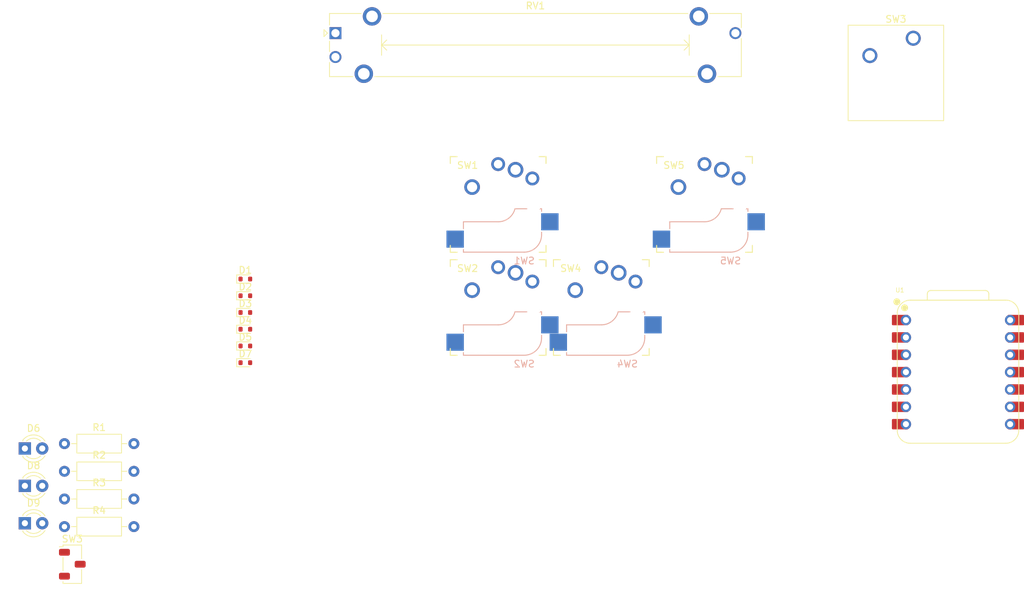
<source format=kicad_pcb>
(kicad_pcb (version 20241229) (generator "pcbnew") (generator_version "9.0")
  (layers (0 "F.Cu" signal) (2 "B.Cu" signal) (13 "F.Paste" user) (15 "B.Paste" user) (5 "F.SilkS" user "F.Silkscreen") (7 "B.SilkS" user "B.Silkscreen") (1 "F.Mask" user) (3 "B.Mask" user) (25 "Edge.Cuts" user))
  (net 0 "")
  (net 1 "Net-(D1-A)")
  (net 2 "Net-(D1-K)")
  (net 3 "Net-(D2-A)")
  (net 4 "Net-(D3-K)")
  (net 5 "Net-(D3-A)")
  (net 6 "Net-(D4-A)")
  (net 7 "Net-(D5-A)")
  (net 8 "Net-(D7-A)")
  (net 9 "Net-(U1-3V3)")
  (net 10 "Net-(U1-GPIO26{slash}ADC0{slash}A0)")
  (net 11 "Net-(U1-GPIO2{slash}SCK)")
  (net 12 "Net-(U1-GPIO4{slash}MISO)")
  (net 19 "Net-(D6-A)")
  (net 20 "GND")
  (net 21 "Net-(D8-A)")
  (net 22 "Net-(D9-A)")
  (net 23 "Net-(U1-GPIO29{slash}ADC3{slash}A3)")
  (net 24 "Net-(U1-GPIO28{slash}ADC2{slash}A2)")
  (net 25 "Net-(U1-GPIO27{slash}ADC1{slash}A1)")
  (net 26 "Net-(SW3-C)")
  (net 27 "Net-(SW3-B)")
  (footprint "Diode_SMD:D_SOD-523" (layer "F.Cu") (at 101.3 64.75)
    (property "Reference" "D1" (at 0 -1.3 0) (layer "F.SilkS"))
    (property "Value" "1N4148WT")
    (fp_line (start -1.26 -0.6) (end -1.26 0.6) (stroke (width 0.12)) (layer "F.SilkS"))
    (fp_line (start 0.7 -0.6) (end -1.26 -0.6) (stroke (width 0.12)) (layer "F.SilkS"))
    (fp_line (start 0.7 0.6) (end -1.26 0.6) (stroke (width 0.12)) (layer "F.SilkS"))
    (pad "1" smd roundrect (at -0.7 0 180) (size 0.6 0.7) (layers "F.Cu" "F.Mask" "F.Paste") (net 2 "Net-(D1-K)"))
    (pad "2" smd roundrect (at 0.7 0 180) (size 0.6 0.7) (layers "F.Cu" "F.Mask" "F.Paste") (net 1 "Net-(D1-A)"))
  )
  (footprint "Potentiometer_THT:Potentiometer_Bourns_PTA4543_Single_Slide" (layer "F.Cu") (at 114.48 28.75)
    (property "Reference" "RV1" (at 29.25 -4 0) (layer "F.SilkS"))
    (property "Value" "Analogue_input_slider 10k")
    (fp_line (start -1.675 -0.5) (end -1.675 0.5) (stroke (width 0.12)) (layer "F.SilkS"))
    (fp_line (start -1.675 0.5) (end -1.175 0) (stroke (width 0.12)) (layer "F.SilkS"))
    (fp_line (start -1.175 0) (end -1.675 -0.5) (stroke (width 0.12)) (layer "F.SilkS"))
    (fp_line (start -0.87 -2.87) (end 3.754 -2.87) (stroke (width 0.12)) (layer "F.SilkS"))
    (fp_line (start -0.87 -1.175) (end -0.87 -2.87) (stroke (width 0.12)) (layer "F.SilkS"))
    (fp_line (start -0.87 2.71) (end -0.87 1.175) (stroke (width 0.12)) (layer "F.SilkS"))
    (fp_line (start -0.87 6.37) (end -0.87 4.29) (stroke (width 0.12)) (layer "F.SilkS"))
    (fp_line (start 2.554 6.37) (end -0.87 6.37) (stroke (width 0.12)) (layer "F.SilkS"))
    (fp_line (start 6.75 0.25) (end 6.75 3.25) (stroke (width 0.12)) (layer "F.SilkS"))
    (fp_line (start 6.75 1.75) (end 7.5 2.5) (stroke (width 0.12)) (layer "F.SilkS"))
    (fp_line (start 6.75 1.75) (end 51.75 1.75) (stroke (width 0.12)) (layer "F.SilkS"))
    (fp_line (start 6.946 -2.87) (end 51.554 -2.87) (stroke (width 0.12)) (layer "F.SilkS"))
    (fp_line (start 7.5 1) (end 6.75 1.75) (stroke (width 0.12)) (layer "F.SilkS"))
    (fp_line (start 51 1) (end 51.75 1.75) (stroke (width 0.12)) (layer "F.SilkS"))
    (fp_line (start 51.75 0.25) (end 51.75 3.25) (stroke (width 0.12)) (layer "F.SilkS"))
    (fp_line (start 51.75 1.75) (end 51 2.5) (stroke (width 0.12)) (layer "F.SilkS"))
    (fp_line (start 52.754 6.37) (end 5.746 6.37) (stroke (width 0.12)) (layer "F.SilkS"))
    (fp_line (start 54.746 -2.87) (end 59.37 -2.87) (stroke (width 0.12)) (layer "F.SilkS"))
    (fp_line (start 59.37 -2.87) (end 59.37 -0.79) (stroke (width 0.12)) (layer "F.SilkS"))
    (fp_line (start 59.37 0.79) (end 59.37 6.37) (stroke (width 0.12)) (layer "F.SilkS"))
    (fp_line (start 59.37 6.37) (end 55.946 6.37) (stroke (width 0.12)) (layer "F.SilkS"))
    (pad "1" thru_hole rect (at 0 0) (size 1.75 1.75) (drill 1.2) (layers "*.Cu" "*.Mask") (net 20 "GND"))
    (pad "2" thru_hole circle (at 0 3.5) (size 1.75 1.75) (drill 1.2) (layers "*.Cu" "*.Mask") (net 10 "Net-(U1-GPIO26{slash}ADC0{slash}A0)"))
    (pad "3" thru_hole circle (at 58.5 0) (size 1.75 1.75) (drill 1.2) (layers "*.Cu" "*.Mask") (net 9 "Net-(U1-3V3)"))
    (pad "MP" thru_hole circle (at 4.15 5.95) (size 2.7 2.7) (drill 1.7) (layers "*.Cu" "*.Mask"))
    (pad "MP" thru_hole circle (at 5.35 -2.45) (size 2.7 2.7) (drill 1.7) (layers "*.Cu" "*.Mask"))
    (pad "MP" thru_hole circle (at 53.15 -2.45) (size 2.7 2.7) (drill 1.7) (layers "*.Cu" "*.Mask"))
    (pad "MP" thru_hole circle (at 54.35 5.95) (size 2.7 2.7) (drill 1.7) (layers "*.Cu" "*.Mask"))
  )
  (footprint "Diode_SMD:D_SOD-523" (layer "F.Cu") (at 101.3 77)
    (property "Reference" "D7" (at 0 -1.3 0) (layer "F.SilkS"))
    (property "Value" "1N4148WT")
    (fp_line (start -1.26 -0.6) (end -1.26 0.6) (stroke (width 0.12)) (layer "F.SilkS"))
    (fp_line (start 0.7 -0.6) (end -1.26 -0.6) (stroke (width 0.12)) (layer "F.SilkS"))
    (fp_line (start 0.7 0.6) (end -1.26 0.6) (stroke (width 0.12)) (layer "F.SilkS"))
    (pad "1" smd roundrect (at -0.7 0 180) (size 0.6 0.7) (layers "F.Cu" "F.Mask" "F.Paste") (net 4 "Net-(D3-K)"))
    (pad "2" smd roundrect (at 0.7 0 180) (size 0.6 0.7) (layers "F.Cu" "F.Mask" "F.Paste") (net 8 "Net-(D7-A)"))
  )
  (footprint "Button_Switch_Keyboard:SW_Cherry_MX_1.00u_PCB" (layer "F.Cu") (at 199 29.5)
    (property "Reference" "SW3" (at -2.54 -2.794 0) (layer "F.SilkS"))
    (property "Value" "SW_Push")
    (fp_line (start -9.525 -1.905) (end 4.445 -1.905) (stroke (width 0.12)) (layer "F.SilkS"))
    (fp_line (start -9.525 12.065) (end -9.525 -1.905) (stroke (width 0.12)) (layer "F.SilkS"))
    (fp_line (start 4.445 -1.905) (end 4.445 12.065) (stroke (width 0.12)) (layer "F.SilkS"))
    (fp_line (start 4.445 12.065) (end -9.525 12.065) (stroke (width 0.12)) (layer "F.SilkS"))
    (pad "" np_thru_hole circle (at -7.62 5.08) (size 1.7 1.7) (drill 1.7) (layers "*.Cu" "*.Mask"))
    (pad "" np_thru_hole circle (at -2.54 5.08) (size 4 4) (drill 4) (layers "*.Cu" "*.Mask"))
    (pad "" np_thru_hole circle (at 2.54 5.08) (size 1.7 1.7) (drill 1.7) (layers "*.Cu" "*.Mask"))
    (pad "1" thru_hole circle (at 0 0) (size 2.2 2.2) (drill 1.5) (layers "*.Cu" "*.Mask") (net 12 "Net-(U1-GPIO4{slash}MISO)"))
    (pad "2" thru_hole circle (at -6.35 2.54) (size 2.2 2.2) (drill 1.5) (layers "*.Cu" "*.Mask") (net 6 "Net-(D4-A)"))
  )
  (footprint "Diode_SMD:D_SOD-523" (layer "F.Cu") (at 101.3 74.55)
    (property "Reference" "D5" (at 0 -1.3 0) (layer "F.SilkS"))
    (property "Value" "1N4148WT")
    (fp_line (start -1.26 -0.6) (end -1.26 0.6) (stroke (width 0.12)) (layer "F.SilkS"))
    (fp_line (start 0.7 -0.6) (end -1.26 -0.6) (stroke (width 0.12)) (layer "F.SilkS"))
    (fp_line (start 0.7 0.6) (end -1.26 0.6) (stroke (width 0.12)) (layer "F.SilkS"))
    (pad "1" smd roundrect (at -0.7 0 180) (size 0.6 0.7) (layers "F.Cu" "F.Mask" "F.Paste") (net 2 "Net-(D1-K)"))
    (pad "2" smd roundrect (at 0.7 0 180) (size 0.6 0.7) (layers "F.Cu" "F.Mask" "F.Paste") (net 7 "Net-(D5-A)"))
  )
  (footprint "LED_THT:LED_D3.0mm" (layer "F.Cu") (at 69.05 95.03)
    (property "Reference" "D8" (at 1.27 -2.96 0) (layer "F.SilkS"))
    (property "Value" "LED")
    (fp_line (start -0.29 -1.236) (end -0.29 -1.08) (stroke (width 0.12)) (layer "F.SilkS"))
    (fp_line (start -0.29 1.08) (end -0.29 1.236) (stroke (width 0.12)) (layer "F.SilkS"))
    (fp_arc (start -0.29 -1.235516) (mid 1.36566 -1.987699) (end 2.941437 -1.08) (stroke (width 0.12)) (layer "F.SilkS"))
    (fp_arc (start 0.229039 -1.08) (mid 1.27 -1.5) (end 2.310961 -1.08) (stroke (width 0.12)) (layer "F.SilkS"))
    (fp_arc (start 2.310961 1.08) (mid 1.27 1.5) (end 0.229039 1.08) (stroke (width 0.12)) (layer "F.SilkS"))
    (fp_arc (start 2.941437 1.08) (mid 1.36566 1.987699) (end -0.29 1.235516) (stroke (width 0.12)) (layer "F.SilkS"))
    (pad "1" thru_hole rect (at 0 0) (size 1.8 1.8) (drill 0.9) (layers "*.Cu" "*.Mask") (net 20 "GND"))
    (pad "2" thru_hole circle (at 2.54 0) (size 1.8 1.8) (drill 0.9) (layers "*.Cu" "*.Mask") (net 21 "Net-(D8-A)"))
  )
  (footprint "LED_THT:LED_D3.0mm" (layer "F.Cu") (at 69.05 89.56)
    (property "Reference" "D6" (at 1.27 -2.96 0) (layer "F.SilkS"))
    (property "Value" "LED")
    (fp_line (start -0.29 -1.236) (end -0.29 -1.08) (stroke (width 0.12)) (layer "F.SilkS"))
    (fp_line (start -0.29 1.08) (end -0.29 1.236) (stroke (width 0.12)) (layer "F.SilkS"))
    (fp_arc (start -0.29 -1.235516) (mid 1.36566 -1.987699) (end 2.941437 -1.08) (stroke (width 0.12)) (layer "F.SilkS"))
    (fp_arc (start 0.229039 -1.08) (mid 1.27 -1.5) (end 2.310961 -1.08) (stroke (width 0.12)) (layer "F.SilkS"))
    (fp_arc (start 2.310961 1.08) (mid 1.27 1.5) (end 0.229039 1.08) (stroke (width 0.12)) (layer "F.SilkS"))
    (fp_arc (start 2.941437 1.08) (mid 1.36566 1.987699) (end -0.29 1.235516) (stroke (width 0.12)) (layer "F.SilkS"))
    (pad "1" thru_hole rect (at 0 0) (size 1.8 1.8) (drill 0.9) (layers "*.Cu" "*.Mask") (net 20 "GND"))
    (pad "2" thru_hole circle (at 2.54 0) (size 1.8 1.8) (drill 0.9) (layers "*.Cu" "*.Mask") (net 19 "Net-(D6-A)"))
  )
  (footprint "Resistor_THT:R_Axial_DIN0207_L6.3mm_D2.5mm_P10.16mm_Horizontal" (layer "F.Cu") (at 74.84 101)
    (property "Reference" "R4" (at 5.08 -2.37 0) (layer "F.SilkS"))
    (property "Value" "10k")
    (fp_line (start 1.04 0) (end 1.81 0) (stroke (width 0.12)) (layer "F.SilkS"))
    (fp_line (start 9.12 0) (end 8.35 0) (stroke (width 0.12)) (layer "F.SilkS"))
    (fp_rect (start 1.81 -1.37) (end 8.35 1.37) (stroke (width 0.12)) (fill no) (layer "F.SilkS"))
    (pad "1" thru_hole circle (at 0 0) (size 1.6 1.6) (drill 0.8) (layers "*.Cu" "*.Mask") (net 26 "Net-(SW3-C)"))
    (pad "2" thru_hole circle (at 10.16 0) (size 1.6 1.6) (drill 0.8) (layers "*.Cu" "*.Mask") (net 9 "Net-(U1-3V3)"))
  )
  (footprint "Diode_SMD:D_SOD-523" (layer "F.Cu") (at 101.3 69.65)
    (property "Reference" "D3" (at 0 -1.3 0) (layer "F.SilkS"))
    (property "Value" "1N4148WT")
    (fp_line (start -1.26 -0.6) (end -1.26 0.6) (stroke (width 0.12)) (layer "F.SilkS"))
    (fp_line (start 0.7 -0.6) (end -1.26 -0.6) (stroke (width 0.12)) (layer "F.SilkS"))
    (fp_line (start 0.7 0.6) (end -1.26 0.6) (stroke (width 0.12)) (layer "F.SilkS"))
    (pad "1" smd roundrect (at -0.7 0 180) (size 0.6 0.7) (layers "F.Cu" "F.Mask" "F.Paste") (net 4 "Net-(D3-K)"))
    (pad "2" smd roundrect (at 0.7 0 180) (size 0.6 0.7) (layers "F.Cu" "F.Mask" "F.Paste") (net 5 "Net-(D3-A)"))
  )
  (footprint "Diode_SMD:D_SOD-523" (layer "F.Cu") (at 101.3 72.1)
    (property "Reference" "D4" (at 0 -1.3 0) (layer "F.SilkS"))
    (property "Value" "1N4148WT")
    (fp_line (start -1.26 -0.6) (end -1.26 0.6) (stroke (width 0.12)) (layer "F.SilkS"))
    (fp_line (start 0.7 -0.6) (end -1.26 -0.6) (stroke (width 0.12)) (layer "F.SilkS"))
    (fp_line (start 0.7 0.6) (end -1.26 0.6) (stroke (width 0.12)) (layer "F.SilkS"))
    (pad "1" smd roundrect (at -0.7 0 180) (size 0.6 0.7) (layers "F.Cu" "F.Mask" "F.Paste") (net 4 "Net-(D3-K)"))
    (pad "2" smd roundrect (at 0.7 0 180) (size 0.6 0.7) (layers "F.Cu" "F.Mask" "F.Paste") (net 6 "Net-(D4-A)"))
  )
  (footprint "Resistor_THT:R_Axial_DIN0207_L6.3mm_D2.5mm_P10.16mm_Horizontal" (layer "F.Cu") (at 74.84 96.95)
    (property "Reference" "R3" (at 5.08 -2.37 0) (layer "F.SilkS"))
    (property "Value" "100R")
    (fp_line (start 1.04 0) (end 1.81 0) (stroke (width 0.12)) (layer "F.SilkS"))
    (fp_line (start 9.12 0) (end 8.35 0) (stroke (width 0.12)) (layer "F.SilkS"))
    (fp_rect (start 1.81 -1.37) (end 8.35 1.37) (stroke (width 0.12)) (fill no) (layer "F.SilkS"))
    (pad "1" thru_hole circle (at 0 0) (size 1.6 1.6) (drill 0.8) (layers "*.Cu" "*.Mask") (net 22 "Net-(D9-A)"))
    (pad "2" thru_hole circle (at 10.16 0) (size 1.6 1.6) (drill 0.8) (layers "*.Cu" "*.Mask") (net 25 "Net-(U1-GPIO27{slash}ADC1{slash}A1)"))
  )
  (footprint "Key_Switches:Kailh_socket_MX_PG1350_optional" (layer "F.Cu") (at 138.28 53.83)
    (property "Reference" "SW1" (at -4.4704 -5.7277 0) (layer "F.SilkS"))
    (property "Value" "SW_Push")
    (fp_line (start -7 -6) (end -7 -7) (stroke (width 0.15)) (layer "F.SilkS"))
    (fp_line (start -7 7) (end -7 6) (stroke (width 0.15)) (layer "F.SilkS"))
    (fp_line (start -7 7) (end -6 7) (stroke (width 0.15)) (layer "F.SilkS"))
    (fp_line (start -6 -7) (end -7 -7) (stroke (width 0.15)) (layer "F.SilkS"))
    (fp_line (start 6 7) (end 7 7) (stroke (width 0.15)) (layer "F.SilkS"))
    (fp_line (start 7 -7) (end 6 -7) (stroke (width 0.15)) (layer "F.SilkS"))
    (fp_line (start 7 -7) (end 7 -6) (stroke (width 0.15)) (layer "F.SilkS"))
    (fp_line (start 7 6) (end 7 7) (stroke (width 0.15)) (layer "F.SilkS"))
    (fp_line (start -5.08 2.54) (end -5.08 3.556) (stroke (width 0.15)) (layer "B.SilkS"))
    (fp_line (start -5.08 6.604) (end -5.08 6.985) (stroke (width 0.15)) (layer "B.SilkS"))
    (fp_line (start -5.08 6.985) (end 3.81 6.985) (stroke (width 0.15)) (layer "B.SilkS"))
    (fp_line (start 0 2.54) (end -5.08 2.54) (stroke (width 0.15)) (layer "B.SilkS"))
    (fp_line (start 4.191 0.635) (end 2.54 0.635) (stroke (width 0.15)) (layer "B.SilkS"))
    (fp_line (start 6.35 0.635) (end 5.969 0.635) (stroke (width 0.15)) (layer "B.SilkS"))
    (fp_line (start 6.35 1.016) (end 6.35 0.635) (stroke (width 0.15)) (layer "B.SilkS"))
    (fp_line (start 6.35 4.445) (end 6.35 4.064) (stroke (width 0.15)) (layer "B.SilkS"))
    (fp_arc (start 2.464162 0.61604) (mid 1.563147 2.002042) (end 0 2.54) (stroke (width 0.15)) (layer "B.SilkS"))
    (fp_arc (start 6.35 4.445) (mid 5.606051 6.241051) (end 3.81 6.985) (stroke (width 0.15)) (layer "B.SilkS"))
    (fp_text user "${REFERENCE}" (at 3.81 8.255 0) (layer "B.SilkS") (effects (justify mirror)))
    (pad "" np_thru_hole oval (at -5.2959 0 180) (size 2.15 1.7018) (drill oval 2.15 1.7018) (layers "*.Cu" "*.Mask"))
    (pad "" np_thru_hole circle (at -2.54 5.08) (size 3 3) (drill 3) (layers "*.Cu" "*.Mask"))
    (pad "" np_thru_hole circle (at 0 0) (size 3.9878 3.9878) (drill 3.9878) (layers "*.Cu" "*.Mask"))
    (pad "" np_thru_hole circle (at 3.81 2.54) (size 3 3) (drill 3) (layers "*.Cu" "*.Mask"))
    (pad "" np_thru_hole oval (at 5.2832 0 180) (size 2.15 1.7018) (drill oval 2.15 1.7018) (layers "*.Cu" "*.Mask"))
    (pad "1" thru_hole circle (at 2.54 -5.08) (size 2.286 2.286) (drill 1.4986) (layers "*.Cu" "*.Mask") (net 11 "Net-(U1-GPIO2{slash}SCK)"))
    (pad "1" thru_hole circle (at 5 -3.8 180) (size 2.032 2.032) (drill 1.27) (layers "*.Cu" "*.Mask") (net 11 "Net-(U1-GPIO2{slash}SCK)"))
    (pad "1" smd rect (at 7.56 2.54) (size 2.55 2.5) (layers "B.Cu" "B.Mask" "B.Paste") (net 11 "Net-(U1-GPIO2{slash}SCK)"))
    (pad "2" smd rect (at -6.29 5.08) (size 2.55 2.5) (layers "B.Cu" "B.Mask" "B.Paste") (net 8 "Net-(D7-A)"))
    (pad "2" thru_hole circle (at -3.81 -2.54) (size 2.286 2.286) (drill 1.4986) (layers "*.Cu" "*.Mask") (net 8 "Net-(D7-A)"))
    (pad "2" thru_hole circle (at 0 -5.9 180) (size 2.032 2.032) (drill 1.27) (layers "*.Cu" "*.Mask") (net 8 "Net-(D7-A)"))
  )
  (footprint "Resistor_THT:R_Axial_DIN0207_L6.3mm_D2.5mm_P10.16mm_Horizontal" (layer "F.Cu") (at 74.84 88.85)
    (property "Reference" "R1" (at 5.08 -2.37 0) (layer "F.SilkS"))
    (property "Value" "100R")
    (fp_line (start 1.04 0) (end 1.81 0) (stroke (width 0.12)) (layer "F.SilkS"))
    (fp_line (start 9.12 0) (end 8.35 0) (stroke (width 0.12)) (layer "F.SilkS"))
    (fp_rect (start 1.81 -1.37) (end 8.35 1.37) (stroke (width 0.12)) (fill no) (layer "F.SilkS"))
    (pad "1" thru_hole circle (at 0 0) (size 1.6 1.6) (drill 0.8) (layers "*.Cu" "*.Mask") (net 19 "Net-(D6-A)"))
    (pad "2" thru_hole circle (at 10.16 0) (size 1.6 1.6) (drill 0.8) (layers "*.Cu" "*.Mask") (net 23 "Net-(U1-GPIO29{slash}ADC3{slash}A3)"))
  )
  (footprint "XIAO Seeduino:XIAO-RP2040-DIP" (layer "F.Cu") (at 205.545 78.38)
    (property "Reference" "U1" (at -8.5 -12 0) (layer "F.SilkS") (effects (font (size 0.635 0.635) (thickness 0.1016))))
    (property "Value" "XIAO-RP2040-DIP")
    (fp_line (start -8.89 8.509) (end -8.89 -8.636) (stroke (width 0.127)) (layer "F.SilkS"))
    (fp_line (start -6.985 10.414) (end 6.985 10.414) (stroke (width 0.127)) (layer "F.SilkS"))
    (fp_line (start -4.495 -10.541) (end -4.491272 -11.451272) (stroke (width 0.127)) (layer "F.SilkS"))
    (fp_line (start -3.991272 -11.951) (end 4.004 -11.951) (stroke (width 0.127)) (layer "F.SilkS"))
    (fp_line (start 4.504 -11.451) (end 4.504 -10.541) (stroke (width 0.127)) (layer "F.SilkS"))
    (fp_line (start 6.985 -10.541) (end -6.985 -10.541) (stroke (width 0.1)) (layer "F.SilkS"))
    (fp_line (start 6.985 -10.541) (end -6.985 -10.541) (stroke (width 0.127)) (layer "F.SilkS"))
    (fp_line (start 8.89 8.509) (end 8.89 -8.636) (stroke (width 0.127)) (layer "F.SilkS"))
    (fp_arc (start -8.89 -8.636) (mid -8.332038 -9.983038) (end -6.985 -10.541) (stroke (width 0.127)) (layer "F.SilkS"))
    (fp_arc (start -6.985 10.414) (mid -8.332038 9.856038) (end -8.89 8.509) (stroke (width 0.127)) (layer "F.SilkS"))
    (fp_arc (start -4.491272 -11.451272) (mid -4.344728 -11.80464) (end -3.991272 -11.951) (stroke (width 0.127)) (layer "F.SilkS"))
    (fp_arc (start 4.004 -11.951) (mid 4.357553 -11.804553) (end 4.504 -11.451) (stroke (width 0.127)) (layer "F.SilkS"))
    (fp_arc (start 6.985 -10.541) (mid 8.332038 -9.983038) (end 8.89 -8.636) (stroke (width 0.127)) (layer "F.SilkS"))
    (fp_arc (start 8.89 8.509) (mid 8.332038 9.856038) (end 6.985 10.414) (stroke (width 0.127)) (layer "F.SilkS"))
    (fp_circle (center -8.95 -10.3) (end -8.95 -10.554) (stroke (width 0.5)) (fill yes) (layer "F.SilkS"))
    (fp_circle (center -7.807 -9.42) (end -7.807 -9.674) (stroke (width 0.5)) (fill yes) (layer "F.SilkS"))
    (pad "1" smd roundrect (at -8.455 -7.62 180) (size 2.432 1.524) (layers "F.Cu" "F.Mask") (roundrect_rratio 0.1) (net 10 "Net-(U1-GPIO26{slash}ADC0{slash}A0)"))
    (pad "1" thru_hole circle (at -7.62 -7.62 180) (size 1.524 1.524) (drill 0.889) (layers "*.Cu" "*.Mask") (net 10 "Net-(U1-GPIO26{slash}ADC0{slash}A0)"))
    (pad "2" smd roundrect (at -8.455 -5.08 180) (size 2.432 1.524) (layers "F.Cu" "F.Mask") (roundrect_rratio 0.1) (net 25 "Net-(U1-GPIO27{slash}ADC1{slash}A1)"))
    (pad "2" thru_hole circle (at -7.62 -5.08 180) (size 1.524 1.524) (drill 0.889) (layers "*.Cu" "*.Mask") (net 25 "Net-(U1-GPIO27{slash}ADC1{slash}A1)"))
    (pad "3" smd roundrect (at -8.455 -2.54 180) (size 2.432 1.524) (layers "F.Cu" "F.Mask") (roundrect_rratio 0.1) (net 24 "Net-(U1-GPIO28{slash}ADC2{slash}A2)"))
    (pad "3" thru_hole circle (at -7.62 -2.54 180) (size 1.524 1.524) (drill 0.889) (layers "*.Cu" "*.Mask") (net 24 "Net-(U1-GPIO28{slash}ADC2{slash}A2)"))
    (pad "4" smd roundrect (at -8.455 0 180) (size 2.432 1.524) (layers "F.Cu" "F.Mask") (roundrect_rratio 0.1) (net 23 "Net-(U1-GPIO29{slash}ADC3{slash}A3)"))
    (pad "4" thru_hole circle (at -7.62 0 180) (size 1.524 1.524) (drill 0.889) (layers "*.Cu" "*.Mask") (net 23 "Net-(U1-GPIO29{slash}ADC3{slash}A3)"))
    (pad "5" smd roundrect (at -8.455 2.54 180) (size 2.432 1.524) (layers "F.Cu" "F.Mask") (roundrect_rratio 0.1))
    (pad "5" thru_hole circle (at -7.62 2.54 180) (size 1.524 1.524) (drill 0.889) (layers "*.Cu" "*.Mask"))
    (pad "6" smd roundrect (at -8.455 5.08 180) (size 2.432 1.524) (layers "F.Cu" "F.Mask") (roundrect_rratio 0.1))
    (pad "6" thru_hole circle (at -7.62 5.08 180) (size 1.524 1.524) (drill 0.889) (layers "*.Cu" "*.Mask"))
    (pad "7" smd roundrect (at -8.455 7.62 180) (size 2.432 1.524) (layers "F.Cu" "F.Mask") (roundrect_rratio 0.1) (net 4 "Net-(D3-K)"))
    (pad "7" thru_hole circle (at -7.62 7.62 180) (size 1.524 1.524) (drill 0.889) (layers "*.Cu" "*.Mask") (net 4 "Net-(D3-K)"))
    (pad "8" thru_hole circle (at 7.62 7.62) (size 1.524 1.524) (drill 0.889) (layers "*.Cu" "*.Mask") (net 2 "Net-(D1-K)"))
    (pad "8" smd roundrect (at 8.455 7.62) (size 2.432 1.524) (layers "F.Cu" "F.Mask") (roundrect_rratio 0.1) (net 2 "Net-(D1-K)"))
    (pad "9" thru_hole circle (at 7.62 5.08) (size 1.524 1.524) (drill 0.889) (layers "*.Cu" "*.Mask") (net 11 "Net-(U1-GPIO2{slash}SCK)"))
    (pad "9" smd roundrect (at 8.455 5.08) (size 2.432 1.524) (layers "F.Cu" "F.Mask") (roundrect_rratio 0.1) (net 11 "Net-(U1-GPIO2{slash}SCK)"))
    (pad "10" thru_hole circle (at 7.62 2.54) (size 1.524 1.524) (drill 0.889) (layers "*.Cu" "*.Mask") (net 12 "Net-(U1-GPIO4{slash}MISO)"))
    (pad "10" smd roundrect (at 8.455 2.54) (size 2.432 1.524) (layers "F.Cu" "F.Mask") (roundrect_rratio 0.1) (net 12 "Net-(U1-GPIO4{slash}MISO)"))
    (pad "11" thru_hole circle (at 7.62 0) (size 1.524 1.524) (drill 0.889) (layers "*.Cu" "*.Mask") (net 27 "Net-(SW3-B)"))
    (pad "11" smd roundrect (at 8.455 0) (size 2.432 1.524) (layers "F.Cu" "F.Mask") (roundrect_rratio 0.1) (net 27 "Net-(SW3-B)"))
    (pad "12" thru_hole circle (at 7.62 -2.54) (size 1.524 1.524) (drill 0.889) (layers "*.Cu" "*.Mask") (net 9 "Net-(U1-3V3)"))
    (pad "12" smd roundrect (at 8.455 -2.54) (size 2.432 1.524) (layers "F.Cu" "F.Mask") (roundrect_rratio 0.1) (net 9 "Net-(U1-3V3)"))
    (pad "13" thru_hole circle (at 7.62 -5.08) (size 1.524 1.524) (drill 0.889) (layers "*.Cu" "*.Mask") (net 20 "GND"))
    (pad "13" smd roundrect (at 8.455 -5.08) (size 2.432 1.524) (layers "F.Cu" "F.Mask") (roundrect_rratio 0.1) (net 20 "GND"))
    (pad "14" thru_hole circle (at 7.62 -7.62) (size 1.524 1.524) (drill 0.889) (layers "*.Cu" "*.Mask"))
    (pad "14" smd roundrect (at 8.455 -7.62) (size 2.432 1.524) (layers "F.Cu" "F.Mask") (roundrect_rratio 0.1))
  )
  (footprint "Key_Switches:Kailh_socket_MX_PG1350_optional" (layer "F.Cu") (at 168.46 53.83)
    (property "Reference" "SW5" (at -4.4704 -5.7277 0) (layer "F.SilkS"))
    (property "Value" "SW_Push")
    (fp_line (start -7 -6) (end -7 -7) (stroke (width 0.15)) (layer "F.SilkS"))
    (fp_line (start -7 7) (end -7 6) (stroke (width 0.15)) (layer "F.SilkS"))
    (fp_line (start -7 7) (end -6 7) (stroke (width 0.15)) (layer "F.SilkS"))
    (fp_line (start -6 -7) (end -7 -7) (stroke (width 0.15)) (layer "F.SilkS"))
    (fp_line (start 6 7) (end 7 7) (stroke (width 0.15)) (layer "F.SilkS"))
    (fp_line (start 7 -7) (end 6 -7) (stroke (width 0.15)) (layer "F.SilkS"))
    (fp_line (start 7 -7) (end 7 -6) (stroke (width 0.15)) (layer "F.SilkS"))
    (fp_line (start 7 6) (end 7 7) (stroke (width 0.15)) (layer "F.SilkS"))
    (fp_line (start -5.08 2.54) (end -5.08 3.556) (stroke (width 0.15)) (layer "B.SilkS"))
    (fp_line (start -5.08 6.604) (end -5.08 6.985) (stroke (width 0.15)) (layer "B.SilkS"))
    (fp_line (start -5.08 6.985) (end 3.81 6.985) (stroke (width 0.15)) (layer "B.SilkS"))
    (fp_line (start 0 2.54) (end -5.08 2.54) (stroke (width 0.15)) (layer "B.SilkS"))
    (fp_line (start 4.191 0.635) (end 2.54 0.635) (stroke (width 0.15)) (layer "B.SilkS"))
    (fp_line (start 6.35 0.635) (end 5.969 0.635) (stroke (width 0.15)) (layer "B.SilkS"))
    (fp_line (start 6.35 1.016) (end 6.35 0.635) (stroke (width 0.15)) (layer "B.SilkS"))
    (fp_line (start 6.35 4.445) (end 6.35 4.064) (stroke (width 0.15)) (layer "B.SilkS"))
    (fp_arc (start 2.464162 0.61604) (mid 1.563147 2.002042) (end 0 2.54) (stroke (width 0.15)) (layer "B.SilkS"))
    (fp_arc (start 6.35 4.445) (mid 5.606051 6.241051) (end 3.81 6.985) (stroke (width 0.15)) (layer "B.SilkS"))
    (fp_text user "${REFERENCE}" (at 3.81 8.255 0) (layer "B.SilkS") (effects (justify mirror)))
    (pad "" np_thru_hole oval (at -5.2959 0 180) (size 2.15 1.7018) (drill oval 2.15 1.7018) (layers "*.Cu" "*.Mask"))
    (pad "" np_thru_hole circle (at -2.54 5.08) (size 3 3) (drill 3) (layers "*.Cu" "*.Mask"))
    (pad "" np_thru_hole circle (at 0 0) (size 3.9878 3.9878) (drill 3.9878) (layers "*.Cu" "*.Mask"))
    (pad "" np_thru_hole circle (at 3.81 2.54) (size 3 3) (drill 3) (layers "*.Cu" "*.Mask"))
    (pad "" np_thru_hole oval (at 5.2832 0 180) (size 2.15 1.7018) (drill oval 2.15 1.7018) (layers "*.Cu" "*.Mask"))
    (pad "1" thru_hole circle (at 2.54 -5.08) (size 2.286 2.286) (drill 1.4986) (layers "*.Cu" "*.Mask") (net 12 "Net-(U1-GPIO4{slash}MISO)"))
    (pad "1" thru_hole circle (at 5 -3.8 180) (size 2.032 2.032) (drill 1.27) (layers "*.Cu" "*.Mask") (net 12 "Net-(U1-GPIO4{slash}MISO)"))
    (pad "1" smd rect (at 7.56 2.54) (size 2.55 2.5) (layers "B.Cu" "B.Mask" "B.Paste") (net 12 "Net-(U1-GPIO4{slash}MISO)"))
    (pad "2" smd rect (at -6.29 5.08) (size 2.55 2.5) (layers "B.Cu" "B.Mask" "B.Paste") (net 3 "Net-(D2-A)"))
    (pad "2" thru_hole circle (at -3.81 -2.54) (size 2.286 2.286) (drill 1.4986) (layers "*.Cu" "*.Mask") (net 3 "Net-(D2-A)"))
    (pad "2" thru_hole circle (at 0 -5.9 180) (size 2.032 2.032) (drill 1.27) (layers "*.Cu" "*.Mask") (net 3 "Net-(D2-A)"))
  )
  (footprint "Resistor_THT:R_Axial_DIN0207_L6.3mm_D2.5mm_P10.16mm_Horizontal" (layer "F.Cu") (at 74.84 92.9)
    (property "Reference" "R2" (at 5.08 -2.37 0) (layer "F.SilkS"))
    (property "Value" "100R")
    (fp_line (start 1.04 0) (end 1.81 0) (stroke (width 0.12)) (layer "F.SilkS"))
    (fp_line (start 9.12 0) (end 8.35 0) (stroke (width 0.12)) (layer "F.SilkS"))
    (fp_rect (start 1.81 -1.37) (end 8.35 1.37) (stroke (width 0.12)) (fill no) (layer "F.SilkS"))
    (pad "1" thru_hole circle (at 0 0) (size 1.6 1.6) (drill 0.8) (layers "*.Cu" "*.Mask") (net 21 "Net-(D8-A)"))
    (pad "2" thru_hole circle (at 10.16 0) (size 1.6 1.6) (drill 0.8) (layers "*.Cu" "*.Mask") (net 24 "Net-(U1-GPIO28{slash}ADC2{slash}A2)"))
  )
  (footprint "Diode_SMD:D_SOD-523" (layer "F.Cu") (at 101.3 67.2)
    (property "Reference" "D2" (at 0 -1.3 0) (layer "F.SilkS"))
    (property "Value" "1N4148WT")
    (fp_line (start -1.26 -0.6) (end -1.26 0.6) (stroke (width 0.12)) (layer "F.SilkS"))
    (fp_line (start 0.7 -0.6) (end -1.26 -0.6) (stroke (width 0.12)) (layer "F.SilkS"))
    (fp_line (start 0.7 0.6) (end -1.26 0.6) (stroke (width 0.12)) (layer "F.SilkS"))
    (pad "1" smd roundrect (at -0.7 0 180) (size 0.6 0.7) (layers "F.Cu" "F.Mask" "F.Paste") (net 2 "Net-(D1-K)"))
    (pad "2" smd roundrect (at 0.7 0 180) (size 0.6 0.7) (layers "F.Cu" "F.Mask" "F.Paste") (net 3 "Net-(D2-A)"))
  )
  (footprint "LED_THT:LED_D3.0mm" (layer "F.Cu") (at 69.05 100.5)
    (property "Reference" "D9" (at 1.27 -2.96 0) (layer "F.SilkS"))
    (property "Value" "LED")
    (fp_line (start -0.29 -1.236) (end -0.29 -1.08) (stroke (width 0.12)) (layer "F.SilkS"))
    (fp_line (start -0.29 1.08) (end -0.29 1.236) (stroke (width 0.12)) (layer "F.SilkS"))
    (fp_arc (start -0.29 -1.235516) (mid 1.36566 -1.987699) (end 2.941437 -1.08) (stroke (width 0.12)) (layer "F.SilkS"))
    (fp_arc (start 0.229039 -1.08) (mid 1.27 -1.5) (end 2.310961 -1.08) (stroke (width 0.12)) (layer "F.SilkS"))
    (fp_arc (start 2.310961 1.08) (mid 1.27 1.5) (end 0.229039 1.08) (stroke (width 0.12)) (layer "F.SilkS"))
    (fp_arc (start 2.941437 1.08) (mid 1.36566 1.987699) (end -0.29 1.235516) (stroke (width 0.12)) (layer "F.SilkS"))
    (pad "1" thru_hole rect (at 0 0) (size 1.8 1.8) (drill 0.9) (layers "*.Cu" "*.Mask") (net 20 "GND"))
    (pad "2" thru_hole circle (at 2.54 0) (size 1.8 1.8) (drill 0.9) (layers "*.Cu" "*.Mask") (net 22 "Net-(D9-A)"))
  )
  (footprint "Key_Switches:Kailh_socket_MX_PG1350_optional" (layer "F.Cu") (at 138.28 68.92)
    (property "Reference" "SW2" (at -4.4704 -5.7277 0) (layer "F.SilkS"))
    (property "Value" "SW_Push")
    (fp_line (start -7 -6) (end -7 -7) (stroke (width 0.15)) (layer "F.SilkS"))
    (fp_line (start -7 7) (end -7 6) (stroke (width 0.15)) (layer "F.SilkS"))
    (fp_line (start -7 7) (end -6 7) (stroke (width 0.15)) (layer "F.SilkS"))
    (fp_line (start -6 -7) (end -7 -7) (stroke (width 0.15)) (layer "F.SilkS"))
    (fp_line (start 6 7) (end 7 7) (stroke (width 0.15)) (layer "F.SilkS"))
    (fp_line (start 7 -7) (end 6 -7) (stroke (width 0.15)) (layer "F.SilkS"))
    (fp_line (start 7 -7) (end 7 -6) (stroke (width 0.15)) (layer "F.SilkS"))
    (fp_line (start 7 6) (end 7 7) (stroke (width 0.15)) (layer "F.SilkS"))
    (fp_line (start -5.08 2.54) (end -5.08 3.556) (stroke (width 0.15)) (layer "B.SilkS"))
    (fp_line (start -5.08 6.604) (end -5.08 6.985) (stroke (width 0.15)) (layer "B.SilkS"))
    (fp_line (start -5.08 6.985) (end 3.81 6.985) (stroke (width 0.15)) (layer "B.SilkS"))
    (fp_line (start 0 2.54) (end -5.08 2.54) (stroke (width 0.15)) (layer "B.SilkS"))
    (fp_line (start 4.191 0.635) (end 2.54 0.635) (stroke (width 0.15)) (layer "B.SilkS"))
    (fp_line (start 6.35 0.635) (end 5.969 0.635) (stroke (width 0.15)) (layer "B.SilkS"))
    (fp_line (start 6.35 1.016) (end 6.35 0.635) (stroke (width 0.15)) (layer "B.SilkS"))
    (fp_line (start 6.35 4.445) (end 6.35 4.064) (stroke (width 0.15)) (layer "B.SilkS"))
    (fp_arc (start 2.464162 0.61604) (mid 1.563147 2.002042) (end 0 2.54) (stroke (width 0.15)) (layer "B.SilkS"))
    (fp_arc (start 6.35 4.445) (mid 5.606051 6.241051) (end 3.81 6.985) (stroke (width 0.15)) (layer "B.SilkS"))
    (fp_text user "${REFERENCE}" (at 3.81 8.255 0) (layer "B.SilkS") (effects (justify mirror)))
    (pad "" np_thru_hole oval (at -5.2959 0 180) (size 2.15 1.7018) (drill oval 2.15 1.7018) (layers "*.Cu" "*.Mask"))
    (pad "" np_thru_hole circle (at -2.54 5.08) (size 3 3) (drill 3) (layers "*.Cu" "*.Mask"))
    (pad "" np_thru_hole circle (at 0 0) (size 3.9878 3.9878) (drill 3.9878) (layers "*.Cu" "*.Mask"))
    (pad "" np_thru_hole circle (at 3.81 2.54) (size 3 3) (drill 3) (layers "*.Cu" "*.Mask"))
    (pad "" np_thru_hole oval (at 5.2832 0 180) (size 2.15 1.7018) (drill oval 2.15 1.7018) (layers "*.Cu" "*.Mask"))
    (pad "1" thru_hole circle (at 2.54 -5.08) (size 2.286 2.286) (drill 1.4986) (layers "*.Cu" "*.Mask") (net 12 "Net-(U1-GPIO4{slash}MISO)"))
    (pad "1" thru_hole circle (at 5 -3.8 180) (size 2.032 2.032) (drill 1.27) (layers "*.Cu" "*.Mask") (net 12 "Net-(U1-GPIO4{slash}MISO)"))
    (pad "1" smd rect (at 7.56 2.54) (size 2.55 2.5) (layers "B.Cu" "B.Mask" "B.Paste") (net 12 "Net-(U1-GPIO4{slash}MISO)"))
    (pad "2" smd rect (at -6.29 5.08) (size 2.55 2.5) (layers "B.Cu" "B.Mask" "B.Paste") (net 5 "Net-(D3-A)"))
    (pad "2" thru_hole circle (at -3.81 -2.54) (size 2.286 2.286) (drill 1.4986) (layers "*.Cu" "*.Mask") (net 5 "Net-(D3-A)"))
    (pad "2" thru_hole circle (at 0 -5.9 180) (size 2.032 2.032) (drill 1.27) (layers "*.Cu" "*.Mask") (net 5 "Net-(D3-A)"))
  )
  (footprint "Key_Switches:Kailh_socket_MX_PG1350_optional" (layer "F.Cu") (at 153.37 68.92)
    (property "Reference" "SW4" (at -4.4704 -5.7277 0) (layer "F.SilkS"))
    (property "Value" "SW_Push")
    (fp_line (start -7 -6) (end -7 -7) (stroke (width 0.15)) (layer "F.SilkS"))
    (fp_line (start -7 7) (end -7 6) (stroke (width 0.15)) (layer "F.SilkS"))
    (fp_line (start -7 7) (end -6 7) (stroke (width 0.15)) (layer "F.SilkS"))
    (fp_line (start -6 -7) (end -7 -7) (stroke (width 0.15)) (layer "F.SilkS"))
    (fp_line (start 6 7) (end 7 7) (stroke (width 0.15)) (layer "F.SilkS"))
    (fp_line (start 7 -7) (end 6 -7) (stroke (width 0.15)) (layer "F.SilkS"))
    (fp_line (start 7 -7) (end 7 -6) (stroke (width 0.15)) (layer "F.SilkS"))
    (fp_line (start 7 6) (end 7 7) (stroke (width 0.15)) (layer "F.SilkS"))
    (fp_line (start -5.08 2.54) (end -5.08 3.556) (stroke (width 0.15)) (layer "B.SilkS"))
    (fp_line (start -5.08 6.604) (end -5.08 6.985) (stroke (width 0.15)) (layer "B.SilkS"))
    (fp_line (start -5.08 6.985) (end 3.81 6.985) (stroke (width 0.15)) (layer "B.SilkS"))
    (fp_line (start 0 2.54) (end -5.08 2.54) (stroke (width 0.15)) (layer "B.SilkS"))
    (fp_line (start 4.191 0.635) (end 2.54 0.635) (stroke (width 0.15)) (layer "B.SilkS"))
    (fp_line (start 6.35 0.635) (end 5.969 0.635) (stroke (width 0.15)) (layer "B.SilkS"))
    (fp_line (start 6.35 1.016) (end 6.35 0.635) (stroke (width 0.15)) (layer "B.SilkS"))
    (fp_line (start 6.35 4.445) (end 6.35 4.064) (stroke (width 0.15)) (layer "B.SilkS"))
    (fp_arc (start 2.464162 0.61604) (mid 1.563147 2.002042) (end 0 2.54) (stroke (width 0.15)) (layer "B.SilkS"))
    (fp_arc (start 6.35 4.445) (mid 5.606051 6.241051) (end 3.81 6.985) (stroke (width 0.15)) (layer "B.SilkS"))
    (fp_text user "${REFERENCE}" (at 3.81 8.255 0) (layer "B.SilkS") (effects (justify mirror)))
    (pad "" np_thru_hole oval (at -5.2959 0 180) (size 2.15 1.7018) (drill oval 2.15 1.7018) (layers "*.Cu" "*.Mask"))
    (pad "" np_thru_hole circle (at -2.54 5.08) (size 3 3) (drill 3) (layers "*.Cu" "*.Mask"))
    (pad "" np_thru_hole circle (at 0 0) (size 3.9878 3.9878) (drill 3.9878) (layers "*.Cu" "*.Mask"))
    (pad "" np_thru_hole circle (at 3.81 2.54) (size 3 3) (drill 3) (layers "*.Cu" "*.Mask"))
    (pad "" np_thru_hole oval (at 5.2832 0 180) (size 2.15 1.7018) (drill oval 2.15 1.7018) (layers "*.Cu" "*.Mask"))
    (pad "1" thru_hole circle (at 2.54 -5.08) (size 2.286 2.286) (drill 1.4986) (layers "*.Cu" "*.Mask") (net 11 "Net-(U1-GPIO2{slash}SCK)"))
    (pad "1" thru_hole circle (at 5 -3.8 180) (size 2.032 2.032) (drill 1.27) (layers "*.Cu" "*.Mask") (net 11 "Net-(U1-GPIO2{slash}SCK)"))
    (pad "1" smd rect (at 7.56 2.54) (size 2.55 2.5) (layers "B.Cu" "B.Mask" "B.Paste") (net 11 "Net-(U1-GPIO2{slash}SCK)"))
    (pad "2" smd rect (at -6.29 5.08) (size 2.55 2.5) (layers "B.Cu" "B.Mask" "B.Paste") (net 1 "Net-(D1-A)"))
    (pad "2" thru_hole circle (at -3.81 -2.54) (size 2.286 2.286) (drill 1.4986) (layers "*.Cu" "*.Mask") (net 1 "Net-(D1-A)"))
    (pad "2" thru_hole circle (at 0 -5.9 180) (size 2.032 2.032) (drill 1.27) (layers "*.Cu" "*.Mask") (net 1 "Net-(D1-A)"))
  )
  (footprint "Button_Switch_SMD:Nidec_Copal_CAS-120A" (layer "F.Cu") (at 75.99 106.5)
    (property "Reference" "SW3" (at 0 -3.7 0) (layer "F.SilkS"))
    (property "Value" "OS/Left_Right-hand_Switch")
    (fp_line (start -1.36 -2.81) (end 1.36 -2.81) (stroke (width 0.12)) (layer "F.SilkS"))
    (fp_line (start -1.36 -2.55) (end -1.9 -2.55) (stroke (width 0.12)) (layer "F.SilkS"))
    (fp_line (start -1.36 -2.55) (end -1.36 -2.8) (stroke (width 0.12)) (layer "F.SilkS"))
    (fp_line (start -1.36 -0.98) (end -1.36 0.98) (stroke (width 0.12)) (layer "F.SilkS"))
    (fp_line (start -1.36 2.81) (end -1.36 2.55) (stroke (width 0.12)) (layer "F.SilkS"))
    (fp_line (start 1.35 2.81) (end -1.35 2.81) (stroke (width 0.12)) (layer "F.SilkS"))
    (fp_line (start 1.36 -2.81) (end 1.36 -0.8) (stroke (width 0.12)) (layer "F.SilkS"))
    (fp_line (start 1.36 0.8) (end 1.36 2.81) (stroke (width 0.12)) (layer "F.SilkS"))
    (pad "1" smd roundrect (at -1.15 -1.75 270) (size 1 1.6) (layers "F.Cu" "F.Mask" "F.Paste") (net 26 "Net-(SW3-C)"))
    (pad "2" smd roundrect (at 1.15 0 270) (size 1 1.6) (layers "F.Cu" "F.Mask" "F.Paste") (net 27 "Net-(SW3-B)"))
    (pad "3" smd roundrect (at -1.15 1.75 270) (size 1 1.6) (layers "F.Cu" "F.Mask" "F.Paste") (net 20 "GND"))
  )
)
</source>
